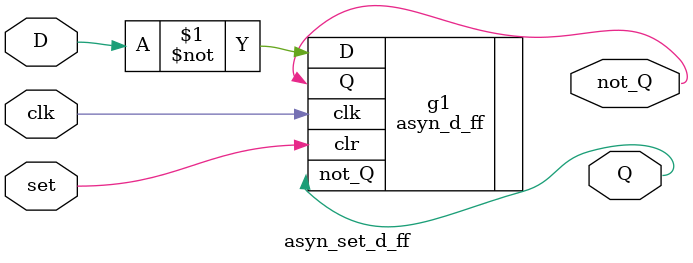
<source format=v>
module asyn_set_d_ff(input D ,set,clk,output   Q ,not_Q  );

asyn_d_ff g1 ( .D(~D) ,.clr(set),.clk(clk),.Q(not_Q),.not_Q(Q) );
  
endmodule

</source>
